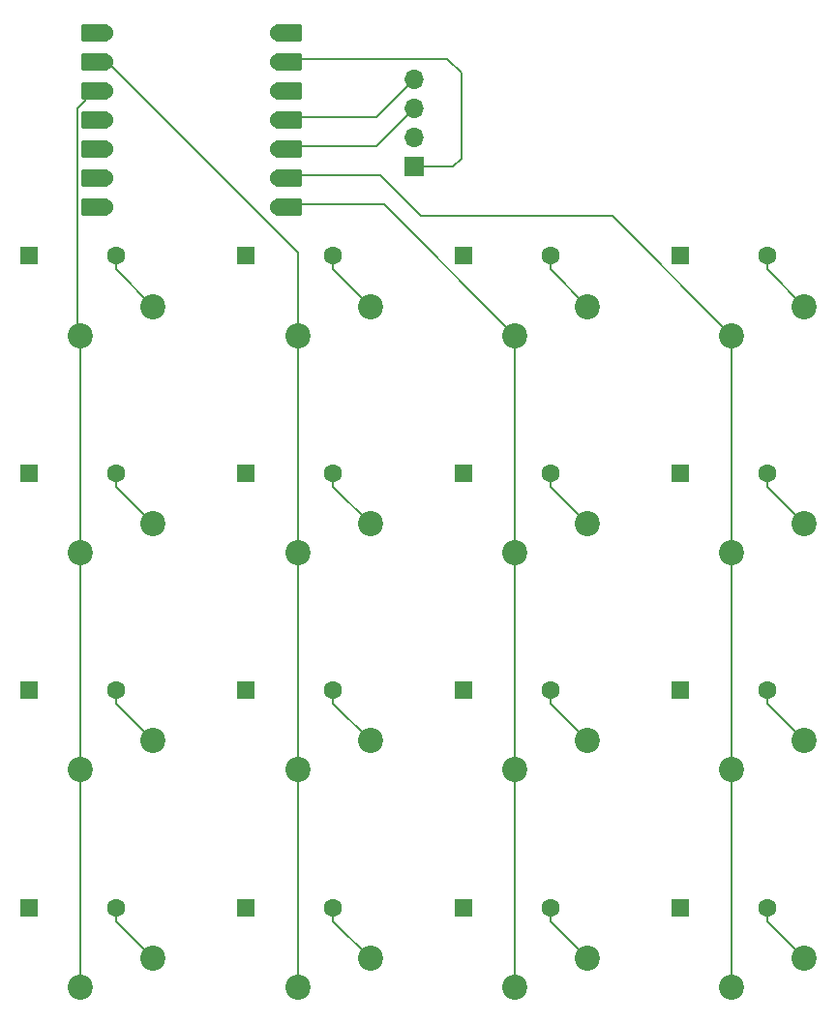
<source format=gbr>
%TF.GenerationSoftware,KiCad,Pcbnew,9.0.6*%
%TF.CreationDate,2025-12-06T16:34:02-05:00*%
%TF.ProjectId,hackpad,6861636b-7061-4642-9e6b-696361645f70,rev?*%
%TF.SameCoordinates,Original*%
%TF.FileFunction,Copper,L1,Top*%
%TF.FilePolarity,Positive*%
%FSLAX46Y46*%
G04 Gerber Fmt 4.6, Leading zero omitted, Abs format (unit mm)*
G04 Created by KiCad (PCBNEW 9.0.6) date 2025-12-06 16:34:02*
%MOMM*%
%LPD*%
G01*
G04 APERTURE LIST*
G04 Aperture macros list*
%AMRoundRect*
0 Rectangle with rounded corners*
0 $1 Rounding radius*
0 $2 $3 $4 $5 $6 $7 $8 $9 X,Y pos of 4 corners*
0 Add a 4 corners polygon primitive as box body*
4,1,4,$2,$3,$4,$5,$6,$7,$8,$9,$2,$3,0*
0 Add four circle primitives for the rounded corners*
1,1,$1+$1,$2,$3*
1,1,$1+$1,$4,$5*
1,1,$1+$1,$6,$7*
1,1,$1+$1,$8,$9*
0 Add four rect primitives between the rounded corners*
20,1,$1+$1,$2,$3,$4,$5,0*
20,1,$1+$1,$4,$5,$6,$7,0*
20,1,$1+$1,$6,$7,$8,$9,0*
20,1,$1+$1,$8,$9,$2,$3,0*%
G04 Aperture macros list end*
%TA.AperFunction,ComponentPad*%
%ADD10RoundRect,0.250000X-0.550000X-0.550000X0.550000X-0.550000X0.550000X0.550000X-0.550000X0.550000X0*%
%TD*%
%TA.AperFunction,ComponentPad*%
%ADD11C,1.600000*%
%TD*%
%TA.AperFunction,ComponentPad*%
%ADD12C,2.200000*%
%TD*%
%TA.AperFunction,ComponentPad*%
%ADD13R,1.700000X1.700000*%
%TD*%
%TA.AperFunction,ComponentPad*%
%ADD14O,1.700000X1.700000*%
%TD*%
%TA.AperFunction,SMDPad,CuDef*%
%ADD15RoundRect,0.152400X1.063600X0.609600X-1.063600X0.609600X-1.063600X-0.609600X1.063600X-0.609600X0*%
%TD*%
%TA.AperFunction,ComponentPad*%
%ADD16C,1.524000*%
%TD*%
%TA.AperFunction,SMDPad,CuDef*%
%ADD17RoundRect,0.152400X-1.063600X-0.609600X1.063600X-0.609600X1.063600X0.609600X-1.063600X0.609600X0*%
%TD*%
%TA.AperFunction,Conductor*%
%ADD18C,0.200000*%
%TD*%
G04 APERTURE END LIST*
D10*
%TO.P,D6,1,K*%
%TO.N,Row1*%
X93190000Y-84000000D03*
D11*
%TO.P,D6,2,A*%
%TO.N,Net-(D6-A)*%
X100810000Y-84000000D03*
%TD*%
D12*
%TO.P,SW4,1,1*%
%TO.N,Net-(D4-A)*%
X142040000Y-69420000D03*
%TO.P,SW4,2,2*%
%TO.N,Column3*%
X135690000Y-71960000D03*
%TD*%
%TO.P,SW14,1,1*%
%TO.N,Net-(D14-A)*%
X104040000Y-126420000D03*
%TO.P,SW14,2,2*%
%TO.N,Column1*%
X97690000Y-128960000D03*
%TD*%
%TO.P,SW13,1,1*%
%TO.N,Net-(D13-A)*%
X85040000Y-126420000D03*
%TO.P,SW13,2,2*%
%TO.N,Column0*%
X78690000Y-128960000D03*
%TD*%
%TO.P,SW12,1,1*%
%TO.N,Net-(D12-A)*%
X142040000Y-107420000D03*
%TO.P,SW12,2,2*%
%TO.N,Column3*%
X135690000Y-109960000D03*
%TD*%
D10*
%TO.P,D2,1,K*%
%TO.N,Row0*%
X93190000Y-65000000D03*
D11*
%TO.P,D2,2,A*%
%TO.N,Net-(D2-A)*%
X100810000Y-65000000D03*
%TD*%
D10*
%TO.P,D14,1,K*%
%TO.N,Row3*%
X93190000Y-122000000D03*
D11*
%TO.P,D14,2,A*%
%TO.N,Net-(D14-A)*%
X100810000Y-122000000D03*
%TD*%
D12*
%TO.P,SW10,1,1*%
%TO.N,Net-(D10-A)*%
X104040000Y-107420000D03*
%TO.P,SW10,2,2*%
%TO.N,Column1*%
X97690000Y-109960000D03*
%TD*%
%TO.P,SW5,1,1*%
%TO.N,Net-(D5-A)*%
X85040000Y-88420000D03*
%TO.P,SW5,2,2*%
%TO.N,Column0*%
X78690000Y-90960000D03*
%TD*%
D10*
%TO.P,D15,1,K*%
%TO.N,Row3*%
X112190000Y-122000000D03*
D11*
%TO.P,D15,2,A*%
%TO.N,Net-(D15-A)*%
X119810000Y-122000000D03*
%TD*%
D12*
%TO.P,SW7,1,1*%
%TO.N,Net-(D7-A)*%
X123040000Y-88420000D03*
%TO.P,SW7,2,2*%
%TO.N,Column2*%
X116690000Y-90960000D03*
%TD*%
%TO.P,SW16,1,1*%
%TO.N,Net-(D16-A)*%
X142040000Y-126420000D03*
%TO.P,SW16,2,2*%
%TO.N,Column3*%
X135690000Y-128960000D03*
%TD*%
%TO.P,SW8,1,1*%
%TO.N,Net-(D8-A)*%
X142040000Y-88420000D03*
%TO.P,SW8,2,2*%
%TO.N,Column3*%
X135690000Y-90960000D03*
%TD*%
%TO.P,SW6,1,1*%
%TO.N,Net-(D6-A)*%
X104040000Y-88420000D03*
%TO.P,SW6,2,2*%
%TO.N,Column1*%
X97690000Y-90960000D03*
%TD*%
D10*
%TO.P,D9,1,K*%
%TO.N,Row2*%
X74190000Y-103000000D03*
D11*
%TO.P,D9,2,A*%
%TO.N,Net-(D9-A)*%
X81810000Y-103000000D03*
%TD*%
D12*
%TO.P,SW2,1,1*%
%TO.N,Net-(D2-A)*%
X104040000Y-69420000D03*
%TO.P,SW2,2,2*%
%TO.N,Column1*%
X97690000Y-71960000D03*
%TD*%
D10*
%TO.P,D4,1,K*%
%TO.N,Row0*%
X131190000Y-65000000D03*
D11*
%TO.P,D4,2,A*%
%TO.N,Net-(D4-A)*%
X138810000Y-65000000D03*
%TD*%
D10*
%TO.P,D10,1,K*%
%TO.N,Row2*%
X93190000Y-103000000D03*
D11*
%TO.P,D10,2,A*%
%TO.N,Net-(D10-A)*%
X100810000Y-103000000D03*
%TD*%
D12*
%TO.P,SW9,1,1*%
%TO.N,Net-(D9-A)*%
X85040000Y-107420000D03*
%TO.P,SW9,2,2*%
%TO.N,Column0*%
X78690000Y-109960000D03*
%TD*%
D13*
%TO.P,U2,1,GND*%
%TO.N,GND*%
X107885000Y-57195000D03*
D14*
%TO.P,U2,2,VCC*%
%TO.N,+5V*%
X107885000Y-54655000D03*
%TO.P,U2,3,SCL*%
%TO.N,Net-(U1-GPIO4{slash}MISO)*%
X107885000Y-52115000D03*
%TO.P,U2,4,SDA*%
%TO.N,Net-(U1-GPIO3{slash}MOSI)*%
X107885000Y-49575000D03*
%TD*%
D12*
%TO.P,SW11,1,1*%
%TO.N,Net-(D11-A)*%
X123040000Y-107420000D03*
%TO.P,SW11,2,2*%
%TO.N,Column2*%
X116690000Y-109960000D03*
%TD*%
D10*
%TO.P,D8,1,K*%
%TO.N,Row1*%
X131190000Y-84000000D03*
D11*
%TO.P,D8,2,A*%
%TO.N,Net-(D8-A)*%
X138810000Y-84000000D03*
%TD*%
D10*
%TO.P,D7,1,K*%
%TO.N,Row1*%
X112190000Y-84000000D03*
D11*
%TO.P,D7,2,A*%
%TO.N,Net-(D7-A)*%
X119810000Y-84000000D03*
%TD*%
D12*
%TO.P,SW1,1,1*%
%TO.N,Net-(D1-A)*%
X85040000Y-69420000D03*
%TO.P,SW1,2,2*%
%TO.N,Column0*%
X78690000Y-71960000D03*
%TD*%
D10*
%TO.P,D5,1,K*%
%TO.N,Row1*%
X74190000Y-84000000D03*
D11*
%TO.P,D5,2,A*%
%TO.N,Net-(D5-A)*%
X81810000Y-84000000D03*
%TD*%
D10*
%TO.P,D13,1,K*%
%TO.N,Row3*%
X74190000Y-122000000D03*
D11*
%TO.P,D13,2,A*%
%TO.N,Net-(D13-A)*%
X81810000Y-122000000D03*
%TD*%
D10*
%TO.P,D16,1,K*%
%TO.N,Row3*%
X131190000Y-122000000D03*
D11*
%TO.P,D16,2,A*%
%TO.N,Net-(D16-A)*%
X138810000Y-122000000D03*
%TD*%
D10*
%TO.P,D1,1,K*%
%TO.N,Row0*%
X74190000Y-65000000D03*
D11*
%TO.P,D1,2,A*%
%TO.N,Net-(D1-A)*%
X81810000Y-65000000D03*
%TD*%
D10*
%TO.P,D3,1,K*%
%TO.N,Row0*%
X112190000Y-65000000D03*
D11*
%TO.P,D3,2,A*%
%TO.N,Net-(D3-A)*%
X119810000Y-65000000D03*
%TD*%
D12*
%TO.P,SW15,1,1*%
%TO.N,Net-(D15-A)*%
X123040000Y-126420000D03*
%TO.P,SW15,2,2*%
%TO.N,Column2*%
X116690000Y-128960000D03*
%TD*%
D10*
%TO.P,D11,1,K*%
%TO.N,Row2*%
X112190000Y-103000000D03*
D11*
%TO.P,D11,2,A*%
%TO.N,Net-(D11-A)*%
X119810000Y-103000000D03*
%TD*%
D10*
%TO.P,D12,1,K*%
%TO.N,Row2*%
X131190000Y-103000000D03*
D11*
%TO.P,D12,2,A*%
%TO.N,Net-(D12-A)*%
X138810000Y-103000000D03*
%TD*%
D12*
%TO.P,SW3,1,1*%
%TO.N,Net-(D3-A)*%
X123040000Y-69420000D03*
%TO.P,SW3,2,2*%
%TO.N,Column2*%
X116690000Y-71960000D03*
%TD*%
D15*
%TO.P,U1,1,GPIO26/ADC0/A0*%
%TO.N,unconnected-(U1-GPIO26{slash}ADC0{slash}A0-Pad1)*%
X79925000Y-45500000D03*
D16*
X80760000Y-45500000D03*
D15*
%TO.P,U1,2,GPIO27/ADC1/A1*%
%TO.N,Column1*%
X79925000Y-48040000D03*
D16*
X80760000Y-48040000D03*
D15*
%TO.P,U1,3,GPIO28/ADC2/A2*%
%TO.N,Column0*%
X79925000Y-50580000D03*
D16*
X80760000Y-50580000D03*
D15*
%TO.P,U1,4,GPIO29/ADC3/A3*%
%TO.N,Row3*%
X79925000Y-53120000D03*
D16*
X80760000Y-53120000D03*
D15*
%TO.P,U1,5,GPIO6/SDA*%
%TO.N,Row2*%
X79925000Y-55660000D03*
D16*
X80760000Y-55660000D03*
D15*
%TO.P,U1,6,GPIO7/SCL*%
%TO.N,Row1*%
X79925000Y-58200000D03*
D16*
X80760000Y-58200000D03*
D15*
%TO.P,U1,7,GPIO0/TX*%
%TO.N,Row0*%
X79925000Y-60740000D03*
D16*
X80760000Y-60740000D03*
%TO.P,U1,8,GPIO1/RX*%
%TO.N,Column2*%
X96000000Y-60740000D03*
D17*
X96835000Y-60740000D03*
D16*
%TO.P,U1,9,GPIO2/SCK*%
%TO.N,Column3*%
X96000000Y-58200000D03*
D17*
X96835000Y-58200000D03*
D16*
%TO.P,U1,10,GPIO4/MISO*%
%TO.N,Net-(U1-GPIO4{slash}MISO)*%
X96000000Y-55660000D03*
D17*
X96835000Y-55660000D03*
D16*
%TO.P,U1,11,GPIO3/MOSI*%
%TO.N,Net-(U1-GPIO3{slash}MOSI)*%
X96000000Y-53120000D03*
D17*
X96835000Y-53120000D03*
D16*
%TO.P,U1,12,3V3*%
%TO.N,unconnected-(U1-3V3-Pad12)*%
X96000000Y-50580000D03*
D17*
X96835000Y-50580000D03*
D16*
%TO.P,U1,13,GND*%
%TO.N,GND*%
X96000000Y-48040000D03*
D17*
X96835000Y-48040000D03*
D16*
%TO.P,U1,14,VBUS*%
%TO.N,+5V*%
X96000000Y-45500000D03*
D17*
X96835000Y-45500000D03*
%TD*%
D18*
%TO.N,Net-(D1-A)*%
X81810000Y-66190000D02*
X85040000Y-69420000D01*
X81810000Y-65000000D02*
X81810000Y-66190000D01*
%TO.N,Net-(D2-A)*%
X100810000Y-65000000D02*
X100810000Y-66190000D01*
X100810000Y-66190000D02*
X104040000Y-69420000D01*
%TO.N,Net-(D3-A)*%
X119810000Y-65000000D02*
X119810000Y-66190000D01*
X119810000Y-66190000D02*
X123040000Y-69420000D01*
%TO.N,Net-(D4-A)*%
X138810000Y-65000000D02*
X138810000Y-66190000D01*
X138810000Y-66190000D02*
X142040000Y-69420000D01*
%TO.N,Net-(D5-A)*%
X81810000Y-84000000D02*
X81810000Y-85190000D01*
X81810000Y-85190000D02*
X85040000Y-88420000D01*
%TO.N,Net-(D6-A)*%
X100810000Y-85190000D02*
X104040000Y-88420000D01*
X100810000Y-84000000D02*
X100810000Y-85190000D01*
%TO.N,Net-(D7-A)*%
X119810000Y-85190000D02*
X123040000Y-88420000D01*
X119810000Y-84000000D02*
X119810000Y-85190000D01*
%TO.N,Net-(D8-A)*%
X138810000Y-85190000D02*
X142040000Y-88420000D01*
X138810000Y-84000000D02*
X138810000Y-85190000D01*
%TO.N,Net-(D9-A)*%
X81810000Y-104190000D02*
X85040000Y-107420000D01*
X81810000Y-103000000D02*
X81810000Y-104190000D01*
%TO.N,Net-(D10-A)*%
X100810000Y-104190000D02*
X104040000Y-107420000D01*
X100810000Y-103000000D02*
X100810000Y-104190000D01*
%TO.N,Net-(D11-A)*%
X119810000Y-104190000D02*
X123040000Y-107420000D01*
X123040000Y-106730000D02*
X123040000Y-107420000D01*
X119810000Y-103000000D02*
X119810000Y-104190000D01*
%TO.N,Net-(D12-A)*%
X138810000Y-103000000D02*
X138810000Y-104190000D01*
X138810000Y-104190000D02*
X142040000Y-107420000D01*
X142040000Y-106730000D02*
X142040000Y-107420000D01*
%TO.N,Net-(D13-A)*%
X81810000Y-122000000D02*
X81810000Y-123190000D01*
X81810000Y-123190000D02*
X85040000Y-126420000D01*
%TO.N,Net-(D14-A)*%
X100810000Y-122000000D02*
X100810000Y-123190000D01*
X100810000Y-123190000D02*
X104040000Y-126420000D01*
%TO.N,Net-(D15-A)*%
X119810000Y-123190000D02*
X123040000Y-126420000D01*
X119810000Y-122000000D02*
X119810000Y-123190000D01*
%TO.N,Net-(D16-A)*%
X138810000Y-123190000D02*
X142040000Y-126420000D01*
X138810000Y-122000000D02*
X138810000Y-123190000D01*
%TO.N,Column0*%
X78690000Y-71960000D02*
X78690000Y-90960000D01*
X78690000Y-109960000D02*
X78690000Y-128960000D01*
X80760000Y-50340000D02*
X80146374Y-50340000D01*
X80146374Y-50340000D02*
X78408000Y-52078374D01*
X78408000Y-71678000D02*
X78690000Y-71960000D01*
X78690000Y-90960000D02*
X78690000Y-109960000D01*
X78408000Y-52078374D02*
X78408000Y-71678000D01*
%TO.N,Column1*%
X80760000Y-47800000D02*
X97690000Y-64730000D01*
X97690000Y-90960000D02*
X97690000Y-109960000D01*
X97690000Y-64730000D02*
X97690000Y-71960000D01*
X97690000Y-109960000D02*
X97690000Y-128960000D01*
X97690000Y-71960000D02*
X97690000Y-90960000D01*
%TO.N,Column2*%
X96000000Y-60500000D02*
X105230000Y-60500000D01*
X116690000Y-90960000D02*
X116690000Y-109960000D01*
X105230000Y-60500000D02*
X116690000Y-71960000D01*
X116690000Y-109960000D02*
X116690000Y-128960000D01*
X116690000Y-71960000D02*
X116690000Y-90960000D01*
%TO.N,Column3*%
X135690000Y-90960000D02*
X135690000Y-109960000D01*
X135690000Y-109960000D02*
X135690000Y-128960000D01*
X125230000Y-61500000D02*
X135690000Y-71960000D01*
X104960000Y-57960000D02*
X108500000Y-61500000D01*
X135690000Y-71960000D02*
X135690000Y-90960000D01*
X108500000Y-61500000D02*
X125230000Y-61500000D01*
X96000000Y-57960000D02*
X104960000Y-57960000D01*
%TO.N,GND*%
X112000000Y-56500000D02*
X111305000Y-57195000D01*
X96000000Y-47800000D02*
X110800000Y-47800000D01*
X110800000Y-47800000D02*
X112000000Y-49000000D01*
X111305000Y-57195000D02*
X107885000Y-57195000D01*
X112000000Y-49000000D02*
X112000000Y-56500000D01*
%TO.N,+5V*%
X96835000Y-45260000D02*
X96000000Y-45260000D01*
%TO.N,Net-(U1-GPIO4{slash}MISO)*%
X107885000Y-52115000D02*
X104580000Y-55420000D01*
X104580000Y-55420000D02*
X96000000Y-55420000D01*
%TO.N,Net-(U1-GPIO3{slash}MOSI)*%
X104580000Y-52880000D02*
X96000000Y-52880000D01*
X107885000Y-49575000D02*
X104580000Y-52880000D01*
X96000000Y-52880000D02*
X97580000Y-52880000D01*
X97580000Y-52880000D02*
X96835000Y-52880000D01*
%TD*%
M02*

</source>
